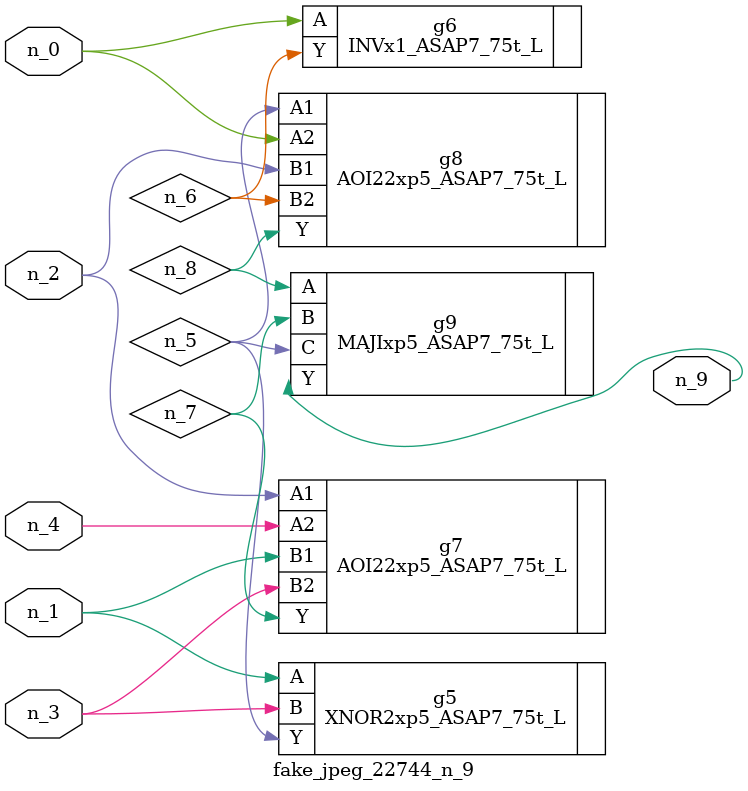
<source format=v>
module fake_jpeg_22744_n_9 (n_3, n_2, n_1, n_0, n_4, n_9);

input n_3;
input n_2;
input n_1;
input n_0;
input n_4;

output n_9;

wire n_8;
wire n_6;
wire n_5;
wire n_7;

XNOR2xp5_ASAP7_75t_L g5 ( 
.A(n_1),
.B(n_3),
.Y(n_5)
);

INVx1_ASAP7_75t_L g6 ( 
.A(n_0),
.Y(n_6)
);

AOI22xp5_ASAP7_75t_L g7 ( 
.A1(n_2),
.A2(n_4),
.B1(n_1),
.B2(n_3),
.Y(n_7)
);

AOI22xp5_ASAP7_75t_L g8 ( 
.A1(n_5),
.A2(n_0),
.B1(n_2),
.B2(n_6),
.Y(n_8)
);

MAJIxp5_ASAP7_75t_L g9 ( 
.A(n_8),
.B(n_7),
.C(n_5),
.Y(n_9)
);


endmodule
</source>
